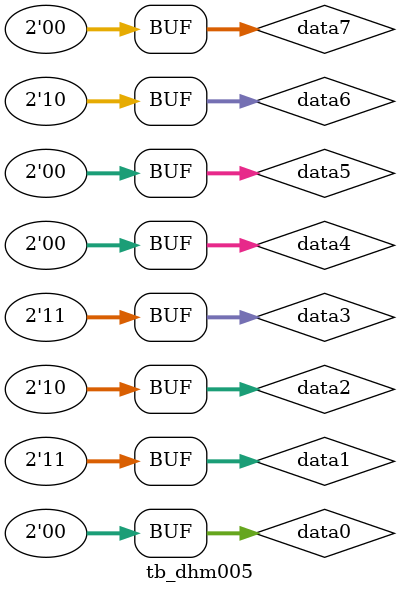
<source format=v>
`timescale 1ns/1ns

module tb_dhm005;
    reg  [1:0]  data7,data6,data5,data4,data3,data2,data1,data0;
	wire [2:0]	cnt0,cnt1,cnt2,cnt3;
    wire [1:0]  max_data;

    initial begin
      {data7,data6,data5,data4,data3,data2,data1,data0} = 16'b1010_1101_0010_0110;//10
      #100
      {data7,data6,data5,data4,data3,data2,data1,data0} = 16'b1010_1010_1010_1000;//10
      #100
      {data7,data6,data5,data4,data3,data2,data1,data0} = 16'b1110_1110_1110_1100;//11
      #100
      {data7,data6,data5,data4,data3,data2,data1,data0} = 16'b0010_0000_1110_1100;//00
    end

    dhm005  inst(
		data7,
        data6,
        data5,
        data4,
        data3,
        data2,
        data1,
        data0,
		cnt0,
        cnt1,
        cnt2,
        cnt3,
		max_data
	);

endmodule //tb_dhm005
</source>
